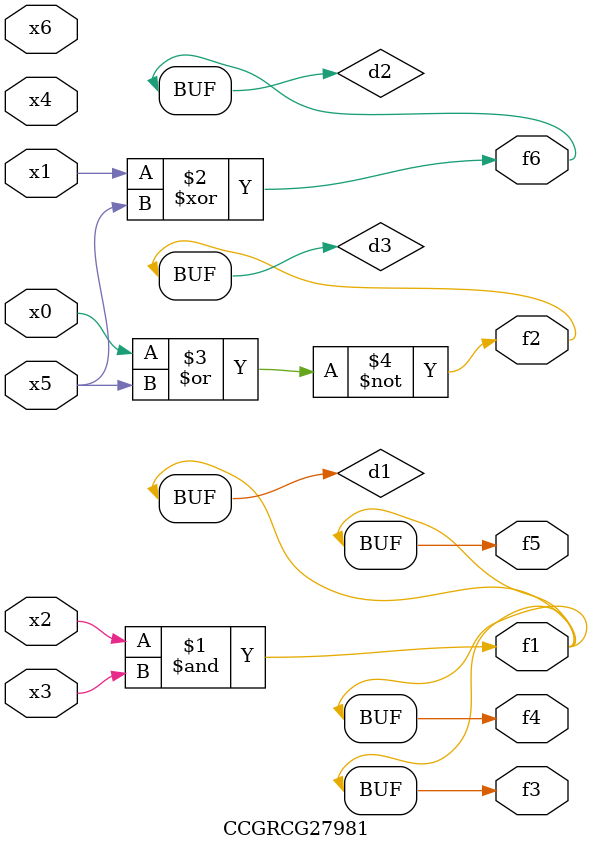
<source format=v>
module CCGRCG27981(
	input x0, x1, x2, x3, x4, x5, x6,
	output f1, f2, f3, f4, f5, f6
);

	wire d1, d2, d3;

	and (d1, x2, x3);
	xor (d2, x1, x5);
	nor (d3, x0, x5);
	assign f1 = d1;
	assign f2 = d3;
	assign f3 = d1;
	assign f4 = d1;
	assign f5 = d1;
	assign f6 = d2;
endmodule

</source>
